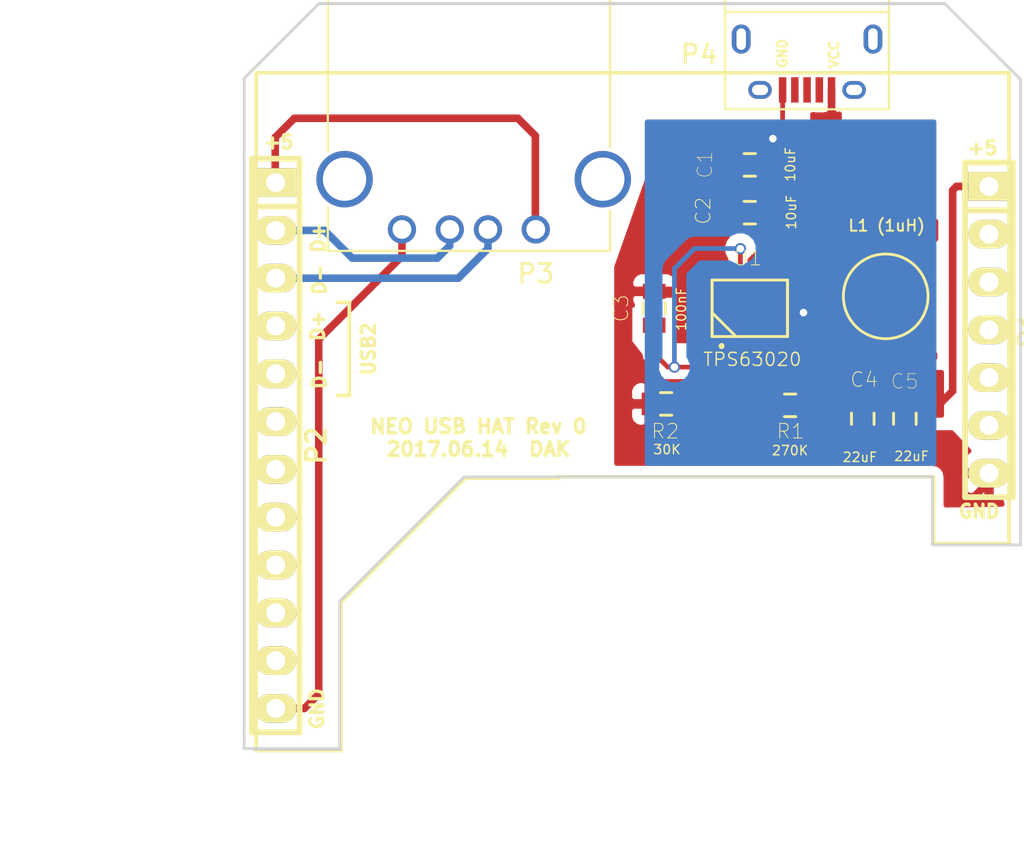
<source format=kicad_pcb>
(kicad_pcb (version 4) (host pcbnew 4.0.2-stable)

  (general
    (links 43)
    (no_connects 5)
    (area 107.573598 68.058199 168.6528 116.288801)
    (thickness 1.6)
    (drawings 45)
    (tracks 186)
    (zones 0)
    (modules 13)
    (nets 31)
  )

  (page USLetter)
  (title_block
    (title "NanoPi NEO USB HAT")
    (date 2017-06-08)
    (rev 0)
    (company GeoDirk)
  )

  (layers
    (0 F.Cu signal hide)
    (31 B.Cu signal hide)
    (32 B.Adhes user)
    (33 F.Adhes user)
    (34 B.Paste user)
    (35 F.Paste user)
    (36 B.SilkS user)
    (37 F.SilkS user)
    (38 B.Mask user)
    (39 F.Mask user)
    (40 Dwgs.User user)
    (41 Cmts.User user)
    (42 Eco1.User user)
    (43 Eco2.User user)
    (44 Edge.Cuts user)
    (45 Margin user)
    (46 B.CrtYd user)
    (47 F.CrtYd user)
    (48 B.Fab user)
    (49 F.Fab user)
  )

  (setup
    (last_trace_width 0.25)
    (user_trace_width 0.203)
    (user_trace_width 0.403)
    (trace_clearance 0.2)
    (zone_clearance 0.508)
    (zone_45_only no)
    (trace_min 0.2)
    (segment_width 0.2)
    (edge_width 0.15)
    (via_size 0.6)
    (via_drill 0.4)
    (via_min_size 0.4)
    (via_min_drill 0.3)
    (uvia_size 0.3)
    (uvia_drill 0.1)
    (uvias_allowed no)
    (uvia_min_size 0.2)
    (uvia_min_drill 0.1)
    (pcb_text_width 0.3)
    (pcb_text_size 1.5 1.5)
    (mod_edge_width 0.15)
    (mod_text_size 1 1)
    (mod_text_width 0.15)
    (pad_size 1.524 1.524)
    (pad_drill 0.762)
    (pad_to_mask_clearance 0.2)
    (aux_axis_origin 0 0)
    (visible_elements 7FFFFFFF)
    (pcbplotparams
      (layerselection 0x010fc_80000001)
      (usegerberextensions true)
      (excludeedgelayer true)
      (linewidth 0.100000)
      (plotframeref false)
      (viasonmask false)
      (mode 1)
      (useauxorigin false)
      (hpglpennumber 1)
      (hpglpenspeed 20)
      (hpglpendiameter 15)
      (hpglpenoverlay 2)
      (psnegative false)
      (psa4output false)
      (plotreference true)
      (plotvalue true)
      (plotinvisibletext false)
      (padsonsilk false)
      (subtractmaskfromsilk false)
      (outputformat 1)
      (mirror false)
      (drillshape 0)
      (scaleselection 1)
      (outputdirectory GerberRev_0/))
  )

  (net 0 "")
  (net 1 "Net-(C1-Pad1)")
  (net 2 "Net-(C1-Pad2)")
  (net 3 "Net-(C3-Pad2)")
  (net 4 "Net-(C4-Pad1)")
  (net 5 "Net-(L1-Pad1)")
  (net 6 "Net-(L1-Pad2)")
  (net 7 "Net-(R1-Pad2)")
  (net 8 "Net-(P1-Pad2)")
  (net 9 "Net-(P1-Pad3)")
  (net 10 "Net-(P1-Pad4)")
  (net 11 "Net-(P1-Pad5)")
  (net 12 "Net-(P1-Pad6)")
  (net 13 "Net-(P2-Pad1)")
  (net 14 "Net-(P2-Pad2)")
  (net 15 "Net-(P2-Pad3)")
  (net 16 "Net-(P2-Pad4)")
  (net 17 "Net-(P2-Pad5)")
  (net 18 "Net-(P2-Pad6)")
  (net 19 "Net-(P2-Pad7)")
  (net 20 "Net-(P2-Pad8)")
  (net 21 "Net-(P2-Pad9)")
  (net 22 "Net-(P2-Pad10)")
  (net 23 "Net-(P2-Pad11)")
  (net 24 "Net-(P2-Pad12)")
  (net 25 "Net-(P3-Pad5)")
  (net 26 "Net-(P4-Pad2)")
  (net 27 "Net-(P4-Pad3)")
  (net 28 "Net-(P4-Pad4)")
  (net 29 "Net-(P4-Pad6)")
  (net 30 "Net-(U1-Pad14)")

  (net_class Default "This is the default net class."
    (clearance 0.2)
    (trace_width 0.25)
    (via_dia 0.6)
    (via_drill 0.4)
    (uvia_dia 0.3)
    (uvia_drill 0.1)
    (add_net "Net-(C1-Pad1)")
    (add_net "Net-(C1-Pad2)")
    (add_net "Net-(C3-Pad2)")
    (add_net "Net-(C4-Pad1)")
    (add_net "Net-(L1-Pad1)")
    (add_net "Net-(L1-Pad2)")
    (add_net "Net-(P1-Pad2)")
    (add_net "Net-(P1-Pad3)")
    (add_net "Net-(P1-Pad4)")
    (add_net "Net-(P1-Pad5)")
    (add_net "Net-(P1-Pad6)")
    (add_net "Net-(P2-Pad1)")
    (add_net "Net-(P2-Pad10)")
    (add_net "Net-(P2-Pad11)")
    (add_net "Net-(P2-Pad12)")
    (add_net "Net-(P2-Pad2)")
    (add_net "Net-(P2-Pad3)")
    (add_net "Net-(P2-Pad4)")
    (add_net "Net-(P2-Pad5)")
    (add_net "Net-(P2-Pad6)")
    (add_net "Net-(P2-Pad7)")
    (add_net "Net-(P2-Pad8)")
    (add_net "Net-(P2-Pad9)")
    (add_net "Net-(P3-Pad5)")
    (add_net "Net-(P4-Pad2)")
    (add_net "Net-(P4-Pad3)")
    (add_net "Net-(P4-Pad4)")
    (add_net "Net-(P4-Pad6)")
    (add_net "Net-(R1-Pad2)")
    (add_net "Net-(U1-Pad14)")
  )

  (module QFN14-3X4MM (layer F.Cu) (tedit 59527F09) (tstamp 5941443E)
    (at 151.3763 85.6741 90)
    (path /5940868F)
    (fp_text reference U1 (at 2.2097 -0.9067 180) (layer F.SilkS)
      (effects (font (size 0.77216 0.77216) (thickness 0.046329)) (justify left bottom))
    )
    (fp_text value TPS63020 (at -3.1243 -2.5323 180) (layer F.SilkS)
      (effects (font (size 0.7 0.7) (thickness 0.07239)) (justify left bottom))
    )
    (fp_line (start -1.4986 2.0066) (end 1.4986 2.0066) (layer F.SilkS) (width 0.1524))
    (fp_line (start 1.4986 -2.0066) (end -1.4986 -2.0066) (layer F.SilkS) (width 0.1524))
    (fp_arc (start -2.0066 -1.4986) (end -1.9304 -1.4986) (angle 180) (layer F.SilkS) (width 0.1524))
    (fp_arc (start -2.0066 -1.4986) (end -2.0828 -1.4986) (angle 180) (layer F.SilkS) (width 0.1524))
    (fp_line (start -1.4986 -0.7366) (end -0.2286 -2.0066) (layer F.SilkS) (width 0.1524))
    (fp_line (start -1.5 2) (end 1.5 2) (layer F.SilkS) (width 0.1524))
    (fp_line (start 1.5 2) (end 1.5 -2) (layer F.SilkS) (width 0.1524))
    (fp_line (start 1.5 -2) (end -1.5 -2) (layer F.SilkS) (width 0.1524))
    (fp_line (start -1.5 -2) (end -1.5 2) (layer F.SilkS) (width 0.1524))
    (fp_arc (start -2.0066 -1.4986) (end -1.9304 -1.4986) (angle 180) (layer F.SilkS) (width 0.1524))
    (fp_arc (start -2.0066 -1.4986) (end -2.0828 -1.4986) (angle 180) (layer F.SilkS) (width 0.1524))
    (fp_poly (pts (xy 0.12 1.37) (xy 0.78 1.37) (xy 0.78 0.12) (xy 0.12 0.12)) (layer F.Paste) (width 0))
    (fp_poly (pts (xy 0.12 -0.12) (xy 0.78 -0.12) (xy 0.78 -1.37) (xy 0.12 -1.37)) (layer F.Paste) (width 0))
    (fp_poly (pts (xy -0.78 -0.12) (xy -0.12 -0.12) (xy -0.12 -1.37) (xy -0.78 -1.37)) (layer F.Paste) (width 0))
    (fp_poly (pts (xy -0.78 1.37) (xy -0.12 1.37) (xy -0.12 0.12) (xy -0.78 0.12)) (layer F.Paste) (width 0))
    (pad 1 smd oval (at -1.4 -1.5 90) (size 0.6 0.24) (layers F.Cu F.Paste F.Mask)
      (net 3 "Net-(C3-Pad2)"))
    (pad 2 smd oval (at -1.4 -1 90) (size 0.6 0.24) (layers F.Cu F.Paste F.Mask)
      (net 1 "Net-(C1-Pad1)"))
    (pad 3 smd oval (at -1.4 -0.5 90) (size 0.6 0.24) (layers F.Cu F.Paste F.Mask)
      (net 7 "Net-(R1-Pad2)"))
    (pad 4 smd oval (at -1.4 0 90) (size 0.6 0.24) (layers F.Cu F.Paste F.Mask)
      (net 4 "Net-(C4-Pad1)"))
    (pad 5 smd oval (at -1.4 0.5 90) (size 0.6 0.24) (layers F.Cu F.Paste F.Mask)
      (net 4 "Net-(C4-Pad1)"))
    (pad 6 smd oval (at -1.4 1 90) (size 0.6 0.24) (layers F.Cu F.Paste F.Mask)
      (net 6 "Net-(L1-Pad2)"))
    (pad 7 smd oval (at -1.4 1.5 90) (size 0.6 0.24) (layers F.Cu F.Paste F.Mask)
      (net 6 "Net-(L1-Pad2)"))
    (pad 8 smd oval (at 1.4 1.5 270) (size 0.6 0.24) (layers F.Cu F.Paste F.Mask)
      (net 5 "Net-(L1-Pad1)"))
    (pad 9 smd oval (at 1.4 1 270) (size 0.6 0.24) (layers F.Cu F.Paste F.Mask)
      (net 5 "Net-(L1-Pad1)"))
    (pad 10 smd oval (at 1.4 0.5 270) (size 0.6 0.24) (layers F.Cu F.Paste F.Mask)
      (net 2 "Net-(C1-Pad2)"))
    (pad 11 smd oval (at 1.4 0 270) (size 0.6 0.24) (layers F.Cu F.Paste F.Mask)
      (net 2 "Net-(C1-Pad2)"))
    (pad 12 smd oval (at 1.4 -0.5 270) (size 0.6 0.24) (layers F.Cu F.Paste F.Mask)
      (net 3 "Net-(C3-Pad2)"))
    (pad 13 smd oval (at 1.4 -1 270) (size 0.6 0.24) (layers F.Cu F.Paste F.Mask)
      (net 1 "Net-(C1-Pad1)"))
    (pad 14 smd oval (at 1.4 -1.5 270) (size 0.6 0.24) (layers F.Cu F.Paste F.Mask)
      (net 30 "Net-(U1-Pad14)"))
    (pad 15 smd rect (at 0 0 90) (size 1.58 2.85) (layers F.Cu F.Paste F.Mask)
      (net 1 "Net-(C1-Pad1)"))
    (pad 19 smd rect (at 0.69 -1.7125 90) (size 0.2 0.575) (layers F.Cu F.Paste F.Mask)
      (net 1 "Net-(C1-Pad1)"))
    (pad 16 smd rect (at -0.69 -1.7125 90) (size 0.2 0.575) (layers F.Cu F.Paste F.Mask)
      (net 1 "Net-(C1-Pad1)"))
    (pad 17 smd rect (at -0.23 -1.7125 90) (size 0.2 0.575) (layers F.Cu F.Paste F.Mask)
      (net 1 "Net-(C1-Pad1)"))
    (pad 18 smd rect (at 0.23 -1.7125 90) (size 0.2 0.575) (layers F.Cu F.Paste F.Mask)
      (net 1 "Net-(C1-Pad1)"))
    (pad 21 smd rect (at 0.23 1.7125 90) (size 0.2 0.575) (layers F.Cu F.Paste F.Mask)
      (net 1 "Net-(C1-Pad1)"))
    (pad 20 smd rect (at 0.69 1.7125 90) (size 0.2 0.575) (layers F.Cu F.Paste F.Mask)
      (net 1 "Net-(C1-Pad1)"))
    (pad 22 smd rect (at -0.23 1.7125 90) (size 0.2 0.575) (layers F.Cu F.Paste F.Mask)
      (net 1 "Net-(C1-Pad1)"))
    (pad 23 smd rect (at -0.69 1.7125 90) (size 0.2 0.575) (layers F.Cu F.Paste F.Mask)
      (net 1 "Net-(C1-Pad1)"))
  )

  (module 0805 (layer F.Cu) (tedit 59417EF0) (tstamp 59414417)
    (at 159.6136 91.5416 270)
    (path /594153D7)
    (fp_text reference C5 (at -2.4384 -0.762 360) (layer F.SilkS)
      (effects (font (size 0.77216 0.77216) (thickness 0.032512)) (justify right top))
    )
    (fp_text value 22uF (at 2.286 0.6096 360) (layer F.SilkS)
      (effects (font (size 0.5 0.5) (thickness 0.07239)) (justify left bottom))
    )
    (fp_line (start -0.3 -0.6) (end 0.3 -0.6) (layer F.SilkS) (width 0.1524))
    (fp_line (start -0.3 0.6) (end 0.3 0.6) (layer F.SilkS) (width 0.1524))
    (pad 1 smd rect (at -0.9 0 270) (size 0.8 1.2) (layers F.Cu F.Paste F.Mask)
      (net 4 "Net-(C4-Pad1)"))
    (pad 2 smd rect (at 0.9 0 270) (size 0.8 1.2) (layers F.Cu F.Paste F.Mask)
      (net 1 "Net-(C1-Pad1)"))
  )

  (module 0805 (layer F.Cu) (tedit 59417EF4) (tstamp 59414410)
    (at 157.3784 91.5416 270)
    (path /5941538A)
    (fp_text reference C4 (at -1.6256 0.7112 360) (layer F.SilkS)
      (effects (font (size 0.77216 0.77216) (thickness 0.046329)) (justify left bottom))
    )
    (fp_text value 22uF (at 2.3368 1.1176 360) (layer F.SilkS)
      (effects (font (size 0.5 0.5) (thickness 0.07239)) (justify left bottom))
    )
    (fp_line (start -0.3 -0.6) (end 0.3 -0.6) (layer F.SilkS) (width 0.1524))
    (fp_line (start -0.3 0.6) (end 0.3 0.6) (layer F.SilkS) (width 0.1524))
    (pad 1 smd rect (at -0.9 0 270) (size 0.8 1.2) (layers F.Cu F.Paste F.Mask)
      (net 4 "Net-(C4-Pad1)"))
    (pad 2 smd rect (at 0.9 0 270) (size 0.8 1.2) (layers F.Cu F.Paste F.Mask)
      (net 1 "Net-(C1-Pad1)"))
  )

  (module 0805 (layer F.Cu) (tedit 59527F4F) (tstamp 59414409)
    (at 146.9313 90.7541 180)
    (path /5941540E)
    (fp_text reference R2 (at 0.8305 -1.9051 360) (layer F.SilkS)
      (effects (font (size 0.77216 0.77216) (thickness 0.046329)) (justify left bottom))
    )
    (fp_text value 30K (at 0.7289 -2.7179 180) (layer F.SilkS)
      (effects (font (size 0.5 0.5) (thickness 0.07239)) (justify left bottom))
    )
    (fp_line (start -0.3 -0.6) (end 0.3 -0.6) (layer F.SilkS) (width 0.1524))
    (fp_line (start -0.3 0.6) (end 0.3 0.6) (layer F.SilkS) (width 0.1524))
    (pad 1 smd rect (at -0.9 0 180) (size 0.8 1.2) (layers F.Cu F.Paste F.Mask)
      (net 7 "Net-(R1-Pad2)"))
    (pad 2 smd rect (at 0.9 0 180) (size 0.8 1.2) (layers F.Cu F.Paste F.Mask)
      (net 1 "Net-(C1-Pad1)"))
  )

  (module 0805 (layer F.Cu) (tedit 59527F49) (tstamp 59414402)
    (at 153.5176 90.8304 180)
    (path /59414C15)
    (fp_text reference R1 (at 0.762 -1.8288 360) (layer F.SilkS)
      (effects (font (size 0.77216 0.77216) (thickness 0.046329)) (justify left bottom))
    )
    (fp_text value 270K (at 1.016 -2.6924 180) (layer F.SilkS)
      (effects (font (size 0.5 0.5) (thickness 0.07239)) (justify left bottom))
    )
    (fp_line (start -0.3 -0.6) (end 0.3 -0.6) (layer F.SilkS) (width 0.1524))
    (fp_line (start -0.3 0.6) (end 0.3 0.6) (layer F.SilkS) (width 0.1524))
    (pad 1 smd rect (at -0.9 0 180) (size 0.8 1.2) (layers F.Cu F.Paste F.Mask)
      (net 4 "Net-(C4-Pad1)"))
    (pad 2 smd rect (at 0.9 0 180) (size 0.8 1.2) (layers F.Cu F.Paste F.Mask)
      (net 7 "Net-(R1-Pad2)"))
  )

  (module 0805 (layer F.Cu) (tedit 59527F17) (tstamp 594143FB)
    (at 146.2963 85.6741 270)
    (path /5941521F)
    (fp_text reference C3 (at 0.7875 1.3131 270) (layer F.SilkS)
      (effects (font (size 0.77216 0.77216) (thickness 0.046329)) (justify left bottom))
    )
    (fp_text value 100nF (at 1.2447 -1.7349 450) (layer F.SilkS)
      (effects (font (size 0.5 0.5) (thickness 0.07239)) (justify left bottom))
    )
    (fp_line (start -0.3 -0.6) (end 0.3 -0.6) (layer F.SilkS) (width 0.1524))
    (fp_line (start -0.3 0.6) (end 0.3 0.6) (layer F.SilkS) (width 0.1524))
    (pad 1 smd rect (at -0.9 0 270) (size 0.8 1.2) (layers F.Cu F.Paste F.Mask)
      (net 1 "Net-(C1-Pad1)"))
    (pad 2 smd rect (at 0.9 0 270) (size 0.8 1.2) (layers F.Cu F.Paste F.Mask)
      (net 3 "Net-(C3-Pad2)"))
  )

  (module 0805 (layer F.Cu) (tedit 59527FA7) (tstamp 594143E9)
    (at 151.3763 78.0541)
    (path /594173FF)
    (fp_text reference C1 (at -2.8371 -0.7873 90) (layer F.SilkS)
      (effects (font (size 0.77216 0.77216) (thickness 0.032512)) (justify right top))
    )
    (fp_text value 10uF (at 2.4461 0.9399 90) (layer F.SilkS)
      (effects (font (size 0.5 0.5) (thickness 0.07239)) (justify left bottom))
    )
    (fp_line (start -0.3 -0.6) (end 0.3 -0.6) (layer F.SilkS) (width 0.1524))
    (fp_line (start -0.3 0.6) (end 0.3 0.6) (layer F.SilkS) (width 0.1524))
    (pad 1 smd rect (at -0.9 0) (size 0.8 1.2) (layers F.Cu F.Paste F.Mask)
      (net 1 "Net-(C1-Pad1)"))
    (pad 2 smd rect (at 0.9 0) (size 0.8 1.2) (layers F.Cu F.Paste F.Mask)
      (net 2 "Net-(C1-Pad2)"))
  )

  (module 0805 (layer F.Cu) (tedit 59527FAA) (tstamp 594143E2)
    (at 151.3763 80.5941)
    (path /594174C7)
    (fp_text reference C2 (at -2.0243 0.6859 90) (layer F.SilkS)
      (effects (font (size 0.77216 0.77216) (thickness 0.046329)) (justify left bottom))
    )
    (fp_text value 10uF (at 2.4969 0.9399 90) (layer F.SilkS)
      (effects (font (size 0.5 0.5) (thickness 0.07239)) (justify left bottom))
    )
    (fp_line (start -0.3 -0.6) (end 0.3 -0.6) (layer F.SilkS) (width 0.1524))
    (fp_line (start -0.3 0.6) (end 0.3 0.6) (layer F.SilkS) (width 0.1524))
    (pad 1 smd rect (at -0.9 0) (size 0.8 1.2) (layers F.Cu F.Paste F.Mask)
      (net 1 "Net-(C1-Pad1)"))
    (pad 2 smd rect (at 0.9 0) (size 0.8 1.2) (layers F.Cu F.Paste F.Mask)
      (net 2 "Net-(C1-Pad2)"))
  )

  (module Connectors:USB_Micro-B (layer F.Cu) (tedit 5942A4D7) (tstamp 594082A3)
    (at 154.4193 72.7202 180)
    (descr "Micro USB Type B Receptacle")
    (tags "USB USB_B USB_micro USB_OTG")
    (path /594147D3)
    (attr smd)
    (fp_text reference P4 (at 5.7277 0.5334 180) (layer F.SilkS)
      (effects (font (size 1 1) (thickness 0.15)))
    )
    (fp_text value MICROUSB (at -0.2159 -3.3782 180) (layer F.Fab)
      (effects (font (size 1 1) (thickness 0.15)))
    )
    (fp_line (start -4.6 -2.59) (end 4.6 -2.59) (layer F.CrtYd) (width 0.05))
    (fp_line (start 4.6 -2.59) (end 4.6 4.26) (layer F.CrtYd) (width 0.05))
    (fp_line (start 4.6 4.26) (end -4.6 4.26) (layer F.CrtYd) (width 0.05))
    (fp_line (start -4.6 4.26) (end -4.6 -2.59) (layer F.CrtYd) (width 0.05))
    (fp_line (start -4.35 4.03) (end 4.35 4.03) (layer F.SilkS) (width 0.12))
    (fp_line (start -4.35 -2.38) (end 4.35 -2.38) (layer F.SilkS) (width 0.12))
    (fp_line (start 4.35 -2.38) (end 4.35 4.03) (layer F.SilkS) (width 0.12))
    (fp_line (start 4.35 2.8) (end -4.35 2.8) (layer F.SilkS) (width 0.12))
    (fp_line (start -4.35 4.03) (end -4.35 -2.38) (layer F.SilkS) (width 0.12))
    (pad 1 smd rect (at -1.3 -1.35 270) (size 1.35 0.4) (layers F.Cu F.Paste F.Mask)
      (net 2 "Net-(C1-Pad2)"))
    (pad 2 smd rect (at -0.65 -1.35 270) (size 1.35 0.4) (layers F.Cu F.Paste F.Mask)
      (net 26 "Net-(P4-Pad2)"))
    (pad 3 smd rect (at 0 -1.35 270) (size 1.35 0.4) (layers F.Cu F.Paste F.Mask)
      (net 27 "Net-(P4-Pad3)"))
    (pad 4 smd rect (at 0.65 -1.35 270) (size 1.35 0.4) (layers F.Cu F.Paste F.Mask)
      (net 28 "Net-(P4-Pad4)"))
    (pad 5 smd rect (at 1.3 -1.35 270) (size 1.35 0.4) (layers F.Cu F.Paste F.Mask)
      (net 1 "Net-(C1-Pad1)"))
    (pad 6 thru_hole oval (at -2.5 -1.35 270) (size 0.95 1.25) (drill oval 0.55 0.85) (layers *.Cu *.Mask)
      (net 29 "Net-(P4-Pad6)"))
    (pad 6 thru_hole oval (at 2.5 -1.35 270) (size 0.95 1.25) (drill oval 0.55 0.85) (layers *.Cu *.Mask)
      (net 29 "Net-(P4-Pad6)"))
    (pad 6 thru_hole oval (at -3.5 1.35 270) (size 1.55 1) (drill oval 1.15 0.5) (layers *.Cu *.Mask)
      (net 29 "Net-(P4-Pad6)"))
    (pad 6 thru_hole oval (at 3.5 1.35 270) (size 1.55 1) (drill oval 1.15 0.5) (layers *.Cu *.Mask)
      (net 29 "Net-(P4-Pad6)"))
  )

  (module BOURNS-SDR0403:BOURNS-SDR0403 (layer F.Cu) (tedit 59527F2D) (tstamp 59429D10)
    (at 158.5976 85.0392)
    (path /59414D5D)
    (fp_text reference "L1 (1uH)" (at 0.0508 -3.7592) (layer F.SilkS)
      (effects (font (size 0.6 0.6) (thickness 0.1)))
    )
    (fp_text value "INDUCTOR  1uH" (at 0 0) (layer F.Fab)
      (effects (font (size 0.6 0.6) (thickness 0.1)))
    )
    (fp_line (start -2.794 -3.048) (end 2.794 -3.048) (layer F.CrtYd) (width 0.15))
    (fp_line (start 2.794 -3.048) (end 2.794 3.048) (layer F.CrtYd) (width 0.15))
    (fp_line (start 2.794 3.048) (end -2.794 3.048) (layer F.CrtYd) (width 0.15))
    (fp_line (start -2.794 3.048) (end -2.794 -3.048) (layer F.CrtYd) (width 0.15))
    (fp_circle (center 0 0) (end 2.25 0) (layer F.SilkS) (width 0.15))
    (pad 1 smd rect (at 0 -1.65) (size 4.5 1.8) (layers F.Cu F.Paste F.Mask)
      (net 5 "Net-(L1-Pad1)"))
    (pad 2 smd rect (at 0 1.65) (size 4.5 1.8) (layers F.Cu F.Paste F.Mask)
      (net 6 "Net-(L1-Pad2)"))
  )

  (module Connectors:USB_A (layer F.Cu) (tedit 5543E289) (tstamp 5942A4D3)
    (at 140.0048 81.4832 180)
    (descr "USB A connector")
    (tags "USB USB_A")
    (path /5941485E)
    (fp_text reference P3 (at 0 -2.35 180) (layer F.SilkS)
      (effects (font (size 1 1) (thickness 0.15)))
    )
    (fp_text value USB_A (at 3.84 7.44 180) (layer F.Fab)
      (effects (font (size 1 1) (thickness 0.15)))
    )
    (fp_line (start -5.3 13.2) (end -5.3 -1.4) (layer F.CrtYd) (width 0.05))
    (fp_line (start 11.95 -1.4) (end 11.95 13.2) (layer F.CrtYd) (width 0.05))
    (fp_line (start -5.3 13.2) (end 11.95 13.2) (layer F.CrtYd) (width 0.05))
    (fp_line (start -5.3 -1.4) (end 11.95 -1.4) (layer F.CrtYd) (width 0.05))
    (fp_line (start 11.05 -1.14) (end 11.05 1.19) (layer F.SilkS) (width 0.12))
    (fp_line (start -3.94 -1.14) (end -3.94 0.98) (layer F.SilkS) (width 0.12))
    (fp_line (start 11.05 -1.14) (end -3.94 -1.14) (layer F.SilkS) (width 0.12))
    (fp_line (start 11.05 12.95) (end -3.94 12.95) (layer F.SilkS) (width 0.12))
    (fp_line (start 11.05 4.15) (end 11.05 12.95) (layer F.SilkS) (width 0.12))
    (fp_line (start -3.94 4.35) (end -3.94 12.95) (layer F.SilkS) (width 0.12))
    (pad 4 thru_hole circle (at 7.11 0 90) (size 1.5 1.5) (drill 1) (layers *.Cu *.Mask)
      (net 24 "Net-(P2-Pad12)"))
    (pad 3 thru_hole circle (at 4.57 0 90) (size 1.5 1.5) (drill 1) (layers *.Cu *.Mask)
      (net 14 "Net-(P2-Pad2)"))
    (pad 2 thru_hole circle (at 2.54 0 90) (size 1.5 1.5) (drill 1) (layers *.Cu *.Mask)
      (net 15 "Net-(P2-Pad3)"))
    (pad 1 thru_hole circle (at 0 0 90) (size 1.5 1.5) (drill 1) (layers *.Cu *.Mask)
      (net 13 "Net-(P2-Pad1)"))
    (pad 5 thru_hole circle (at 10.16 2.67 90) (size 3 3) (drill 2.3) (layers *.Cu *.Mask)
      (net 25 "Net-(P3-Pad5)"))
    (pad 5 thru_hole circle (at -3.56 2.67 90) (size 3 3) (drill 2.3) (layers *.Cu *.Mask)
      (net 25 "Net-(P3-Pad5)"))
    (model Connectors.3dshapes/USB_A.wrl
      (at (xyz 0.14 0 0))
      (scale (xyz 1 1 1))
      (rotate (xyz 0 0 90))
    )
  )

  (module w_pin_strip:pin_socket_7 (layer F.Cu) (tedit 0) (tstamp 5942A638)
    (at 164.084 86.8172 270)
    (descr "Pin socket 7pin")
    (tags "CONN DEV")
    (path /59417F32)
    (fp_text reference P1 (at 0 -2.159 270) (layer F.SilkS)
      (effects (font (size 1.016 1.016) (thickness 0.2032)))
    )
    (fp_text value NEO_GPIO_PINS (at 0.254 -3.556 270) (layer F.SilkS) hide
      (effects (font (size 1.016 0.889) (thickness 0.2032)))
    )
    (fp_line (start -6.35 -1.27) (end -6.35 1.27) (layer F.SilkS) (width 0.3048))
    (fp_line (start -8.89 1.27) (end 8.89 1.27) (layer F.SilkS) (width 0.3048))
    (fp_line (start 8.89 -1.27) (end -8.89 -1.27) (layer F.SilkS) (width 0.3048))
    (fp_line (start -8.89 1.27) (end -8.89 -1.27) (layer F.SilkS) (width 0.3048))
    (fp_line (start 8.89 -1.27) (end 8.89 1.27) (layer F.SilkS) (width 0.3048))
    (pad 1 thru_hole rect (at -7.62 0 270) (size 1.524 2.19964) (drill 1.00076) (layers *.Cu *.Mask F.SilkS)
      (net 4 "Net-(C4-Pad1)"))
    (pad 2 thru_hole oval (at -5.08 0 270) (size 1.524 2.19964) (drill 1.00076) (layers *.Cu *.Mask F.SilkS)
      (net 8 "Net-(P1-Pad2)"))
    (pad 3 thru_hole oval (at -2.54 0 270) (size 1.524 2.19964) (drill 1.00076) (layers *.Cu *.Mask F.SilkS)
      (net 9 "Net-(P1-Pad3)"))
    (pad 4 thru_hole oval (at 0 0 270) (size 1.524 2.19964) (drill 1.00076) (layers *.Cu *.Mask F.SilkS)
      (net 10 "Net-(P1-Pad4)"))
    (pad 5 thru_hole oval (at 2.54 0 270) (size 1.524 2.19964) (drill 1.00076) (layers *.Cu *.Mask F.SilkS)
      (net 11 "Net-(P1-Pad5)"))
    (pad 6 thru_hole oval (at 5.08 0 270) (size 1.524 2.19964) (drill 1.00076) (layers *.Cu *.Mask F.SilkS)
      (net 12 "Net-(P1-Pad6)"))
    (pad 7 thru_hole oval (at 7.62 0 270) (size 1.524 2.19964) (drill 1.00076) (layers *.Cu *.Mask F.SilkS)
      (net 1 "Net-(C1-Pad1)"))
    (model walter/pin_strip/pin_socket_7.wrl
      (at (xyz 0 0 0))
      (scale (xyz 1 1 1))
      (rotate (xyz 0 0 0))
    )
  )

  (module w_pin_strip:pin_socket_12 (layer F.Cu) (tedit 0) (tstamp 5942A648)
    (at 126.1872 92.964 270)
    (descr "Pin socket 12pin")
    (tags "CONN DEV")
    (path /59414A14)
    (fp_text reference P2 (at 0 -2.159 270) (layer F.SilkS)
      (effects (font (size 1.016 1.016) (thickness 0.2032)))
    )
    (fp_text value NEO_GPIO_PINS2 (at 0.254 -3.556 270) (layer F.SilkS) hide
      (effects (font (size 1.016 0.889) (thickness 0.2032)))
    )
    (fp_line (start 15.24 1.27) (end -15.24 1.27) (layer F.SilkS) (width 0.3048))
    (fp_line (start -15.24 -1.27) (end 15.24 -1.27) (layer F.SilkS) (width 0.3048))
    (fp_line (start 15.24 -1.27) (end 15.24 1.27) (layer F.SilkS) (width 0.3048))
    (fp_line (start -12.7 -1.27) (end -12.7 1.27) (layer F.SilkS) (width 0.3048))
    (fp_line (start -15.24 1.27) (end -15.24 -1.27) (layer F.SilkS) (width 0.3048))
    (pad 1 thru_hole rect (at -13.97 0 270) (size 1.524 2.19964) (drill 1.00076) (layers *.Cu *.Mask F.SilkS)
      (net 13 "Net-(P2-Pad1)"))
    (pad 2 thru_hole oval (at -11.43 0 270) (size 1.524 2.19964) (drill 1.00076) (layers *.Cu *.Mask F.SilkS)
      (net 14 "Net-(P2-Pad2)"))
    (pad 3 thru_hole oval (at -8.89 0 270) (size 1.524 2.19964) (drill 1.00076) (layers *.Cu *.Mask F.SilkS)
      (net 15 "Net-(P2-Pad3)"))
    (pad 4 thru_hole oval (at -6.35 0 270) (size 1.524 2.19964) (drill 1.00076) (layers *.Cu *.Mask F.SilkS)
      (net 16 "Net-(P2-Pad4)"))
    (pad 5 thru_hole oval (at -3.81 0 270) (size 1.524 2.19964) (drill 1.00076) (layers *.Cu *.Mask F.SilkS)
      (net 17 "Net-(P2-Pad5)"))
    (pad 6 thru_hole oval (at -1.27 0 270) (size 1.524 2.19964) (drill 1.00076) (layers *.Cu *.Mask F.SilkS)
      (net 18 "Net-(P2-Pad6)"))
    (pad 7 thru_hole oval (at 1.27 0 270) (size 1.524 2.19964) (drill 1.00076) (layers *.Cu *.Mask F.SilkS)
      (net 19 "Net-(P2-Pad7)"))
    (pad 8 thru_hole oval (at 3.81 0 270) (size 1.524 2.19964) (drill 1.00076) (layers *.Cu *.Mask F.SilkS)
      (net 20 "Net-(P2-Pad8)"))
    (pad 9 thru_hole oval (at 6.35 0 270) (size 1.524 2.19964) (drill 1.00076) (layers *.Cu *.Mask F.SilkS)
      (net 21 "Net-(P2-Pad9)"))
    (pad 10 thru_hole oval (at 8.89 0 270) (size 1.524 2.19964) (drill 1.00076) (layers *.Cu *.Mask F.SilkS)
      (net 22 "Net-(P2-Pad10)"))
    (pad 11 thru_hole oval (at 11.43 0 270) (size 1.524 2.19964) (drill 1.00076) (layers *.Cu *.Mask F.SilkS)
      (net 23 "Net-(P2-Pad11)"))
    (pad 12 thru_hole oval (at 13.97 0 270) (size 1.524 2.19964) (drill 1.00076) (layers *.Cu *.Mask F.SilkS)
      (net 24 "Net-(P2-Pad12)"))
    (model walter/pin_strip/pin_socket_12.wrl
      (at (xyz 0 0 0))
      (scale (xyz 1 1 1))
      (rotate (xyz 0 0 0))
    )
  )

  (dimension 41.3004 (width 0.3) (layer Cmts.User)
    (gr_text "41.300 mm" (at 145.161 114.9388) (layer Cmts.User)
      (effects (font (size 1.5 1.5) (thickness 0.3)))
    )
    (feature1 (pts (xy 124.5108 97.9424) (xy 124.5108 116.2888)))
    (feature2 (pts (xy 165.8112 97.9424) (xy 165.8112 116.2888)))
    (crossbar (pts (xy 165.8112 113.5888) (xy 124.5108 113.5888)))
    (arrow1a (pts (xy 124.5108 113.5888) (xy 125.637304 113.002379)))
    (arrow1b (pts (xy 124.5108 113.5888) (xy 125.637304 114.175221)))
    (arrow2a (pts (xy 165.8112 113.5888) (xy 164.684696 113.002379)))
    (arrow2b (pts (xy 165.8112 113.5888) (xy 164.684696 114.175221)))
  )
  (dimension 39.72573 (width 0.3) (layer Cmts.User)
    (gr_text "39.726 mm" (at 114.223597 89.342843 270.1465362) (layer Cmts.User)
      (effects (font (size 1.5 1.5) (thickness 0.3)))
    )
    (feature1 (pts (xy 128.524 109.1692) (xy 112.924402 109.209096)))
    (feature2 (pts (xy 128.4224 69.4436) (xy 112.822802 69.483496)))
    (crossbar (pts (xy 115.522793 69.476591) (xy 115.624393 109.202191)))
    (arrow1a (pts (xy 115.624393 109.202191) (xy 115.035093 108.077191)))
    (arrow1b (pts (xy 115.624393 109.202191) (xy 116.207931 108.074191)))
    (arrow2a (pts (xy 115.522793 69.476591) (xy 114.939255 70.604591)))
    (arrow2b (pts (xy 115.522793 69.476591) (xy 116.112093 70.601591)))
  )
  (gr_line (start 161.0868 98.2472) (end 161.0868 98.1964) (angle 90) (layer Edge.Cuts) (width 0.15))
  (gr_line (start 165.7604 98.2472) (end 161.0868 98.2472) (angle 90) (layer Edge.Cuts) (width 0.15))
  (gr_line (start 165.7604 73.5076) (end 165.7604 98.2472) (angle 90) (layer Edge.Cuts) (width 0.15))
  (gr_line (start 161.7472 69.4944) (end 165.7604 73.5076) (angle 90) (layer Edge.Cuts) (width 0.15))
  (gr_line (start 128.4732 69.4944) (end 161.7472 69.4944) (angle 90) (layer Edge.Cuts) (width 0.15))
  (gr_line (start 124.5108 73.4568) (end 128.4732 69.4944) (angle 90) (layer Edge.Cuts) (width 0.15))
  (gr_line (start 124.5108 109.0676) (end 124.5108 73.4568) (angle 90) (layer Edge.Cuts) (width 0.15))
  (gr_line (start 129.5908 109.0676) (end 124.5108 109.0676) (angle 90) (layer Edge.Cuts) (width 0.15))
  (gr_text GND (at 153.1112 72.136 90) (layer F.SilkS)
    (effects (font (size 0.5 0.5) (thickness 0.125)))
  )
  (gr_text VCC (at 155.8544 72.1868 90) (layer F.SilkS)
    (effects (font (size 0.5 0.5) (thickness 0.125)))
  )
  (gr_line (start 129.5908 109.1057) (end 125.0188 109.1057) (angle 90) (layer Edge.Cuts) (width 0.15) (tstamp 594082F6))
  (gr_line (start 129.5908 101.2317) (end 129.5908 109.1057) (angle 90) (layer Edge.Cuts) (width 0.15) (tstamp 594082F5))
  (gr_line (start 136.1948 94.6277) (end 129.5908 101.2317) (angle 90) (layer Edge.Cuts) (width 0.15) (tstamp 594082F4))
  (gr_line (start 161.0868 94.6277) (end 136.1948 94.6277) (angle 90) (layer Edge.Cuts) (width 0.15) (tstamp 594082F3))
  (gr_line (start 161.0868 98.2472) (end 161.0868 94.6277) (angle 90) (layer Edge.Cuts) (width 0.15) (tstamp 594082F2))
  (gr_line (start 165.2143 98.2472) (end 161.0868 98.2472) (angle 90) (layer Edge.Cuts) (width 0.15) (tstamp 594082F1))
  (gr_text USB2 (at 131.1148 87.8332 90) (layer F.SilkS) (tstamp 594082EF)
    (effects (font (size 0.7 0.7) (thickness 0.175)))
  )
  (gr_line (start 130.0988 90.3097) (end 129.4638 90.3097) (angle 90) (layer F.SilkS) (width 0.2) (tstamp 594082EE))
  (gr_line (start 130.0988 85.3567) (end 130.0988 90.3097) (angle 90) (layer F.SilkS) (width 0.2) (tstamp 594082ED))
  (gr_line (start 129.4638 85.3567) (end 130.0988 85.3567) (angle 90) (layer F.SilkS) (width 0.2) (tstamp 594082EC))
  (gr_text D- (at 128.5113 89.1667 90) (layer F.SilkS) (tstamp 594082EB)
    (effects (font (size 0.7 0.7) (thickness 0.175)))
  )
  (gr_text D+ (at 128.4224 86.614 90) (layer F.SilkS) (tstamp 594082EA)
    (effects (font (size 0.7 0.7) (thickness 0.175)))
  )
  (gr_text D- (at 128.5113 84.1502 90) (layer F.SilkS) (tstamp 594082E9)
    (effects (font (size 0.7 0.7) (thickness 0.175)))
  )
  (gr_text D+ (at 128.4478 81.9277 90) (layer F.SilkS) (tstamp 594082E8)
    (effects (font (size 0.7 0.7) (thickness 0.175)))
  )
  (gr_text GND (at 128.3843 106.9467 90) (layer F.SilkS) (tstamp 594082E7)
    (effects (font (size 0.7 0.7) (thickness 0.175)))
  )
  (gr_text GND (at 163.5633 96.4692) (layer F.SilkS) (tstamp 594082E6)
    (effects (font (size 0.7 0.7) (thickness 0.175)))
  )
  (gr_text +5 (at 163.7538 77.1652) (layer F.SilkS) (tstamp 594082E5)
    (effects (font (size 0.7 0.7) (thickness 0.175)))
  )
  (gr_text +5 (at 126.3523 76.8477) (layer F.SilkS) (tstamp 594082E4)
    (effects (font (size 0.7 0.7) (thickness 0.175)))
  )
  (gr_text "NEO USB HAT Rev 0\n2017.06.14  DAK" (at 136.9568 92.5576) (layer F.SilkS) (tstamp 594082E3)
    (effects (font (size 0.75 0.75) (thickness 0.1875)))
  )
  (gr_line (start 125.1458 109.1692) (end 125.1458 73.1647) (angle 90) (layer F.SilkS) (width 0.2) (tstamp 594082E2))
  (gr_line (start 129.6543 109.1692) (end 129.6543 101.2952) (angle 90) (layer F.SilkS) (width 0.2) (tstamp 594082E1))
  (gr_line (start 125.1458 109.1692) (end 129.6543 109.1692) (angle 90) (layer F.SilkS) (width 0.2) (tstamp 594082E0))
  (gr_line (start 165.1508 98.1837) (end 165.0873 98.1837) (angle 90) (layer F.SilkS) (width 0.2) (tstamp 594082DF))
  (gr_line (start 165.1508 73.1647) (end 165.1508 98.1837) (angle 90) (layer F.SilkS) (width 0.2) (tstamp 594082DE))
  (gr_line (start 161.1503 94.6277) (end 161.1503 98.1837) (angle 90) (layer F.SilkS) (width 0.2) (tstamp 594082DD))
  (gr_line (start 161.0868 98.1837) (end 165.2143 98.1837) (angle 90) (layer F.SilkS) (width 0.2) (tstamp 594082DC))
  (gr_line (start 136.2583 94.6912) (end 141.2113 94.6912) (angle 90) (layer F.SilkS) (width 0.2) (tstamp 594082DB))
  (gr_line (start 129.7178 101.2317) (end 136.2583 94.6912) (angle 90) (layer F.SilkS) (width 0.2) (tstamp 594082DA))
  (gr_line (start 141.1478 94.6277) (end 161.1503 94.6277) (angle 90) (layer F.SilkS) (width 0.2) (tstamp 594082D9))
  (gr_line (start 125.1458 73.1647) (end 165.1508 73.1647) (angle 90) (layer F.SilkS) (width 0.2) (tstamp 594082D8))
  (gr_line (start 128.5113 69.4817) (end 161.1503 69.4817) (angle 90) (layer Edge.Cuts) (width 0.15) (tstamp 594082D7))
  (gr_line (start 165.2143 72.9742) (end 161.7218 69.4817) (angle 90) (layer Edge.Cuts) (width 0.15) (tstamp 594082D6))
  (gr_line (start 161.7218 69.4817) (end 128.5113 69.4817) (angle 90) (layer Edge.Cuts) (width 0.15) (tstamp 594082D5))

  (segment (start 153.0888 86.3641) (end 152.0663 86.3641) (width 0.25) (layer F.Cu) (net 1))
  (segment (start 152.0663 86.3641) (end 151.3763 85.6741) (width 0.25) (layer F.Cu) (net 1) (tstamp 5942C17D))
  (segment (start 153.0888 85.9041) (end 151.6063 85.9041) (width 0.25) (layer F.Cu) (net 1))
  (segment (start 151.6063 85.9041) (end 151.3763 85.6741) (width 0.25) (layer F.Cu) (net 1) (tstamp 5942C17A))
  (segment (start 153.0888 85.4441) (end 151.6063 85.4441) (width 0.25) (layer F.Cu) (net 1))
  (segment (start 151.6063 85.4441) (end 151.3763 85.6741) (width 0.25) (layer F.Cu) (net 1) (tstamp 5942C177))
  (segment (start 153.0888 84.9841) (end 152.0663 84.9841) (width 0.25) (layer F.Cu) (net 1))
  (segment (start 152.0663 84.9841) (end 151.3763 85.6741) (width 0.25) (layer F.Cu) (net 1) (tstamp 5942C174))
  (segment (start 162.5854 94.4372) (end 162.5854 95.377) (width 0.25) (layer F.Cu) (net 1))
  (segment (start 163.3728 95.6056) (end 164.1348 94.8436) (width 0.403) (layer F.Cu) (net 1) (tstamp 5941799E))
  (segment (start 162.814 95.6056) (end 163.3728 95.6056) (width 0.25) (layer F.Cu) (net 1) (tstamp 5942C163))
  (segment (start 162.5854 95.377) (end 162.814 95.6056) (width 0.25) (layer F.Cu) (net 1) (tstamp 5942C162))
  (segment (start 162.5854 92.8878) (end 162.5854 94.4372) (width 0.25) (layer F.Cu) (net 1))
  (segment (start 162.56 94.4372) (end 164.1348 94.4372) (width 0.403) (layer F.Cu) (net 1))
  (segment (start 162.5854 94.4372) (end 162.56 94.4372) (width 0.25) (layer F.Cu) (net 1) (tstamp 5942C15F))
  (segment (start 159.6136 92.4416) (end 162.1392 92.4416) (width 0.25) (layer F.Cu) (net 1))
  (segment (start 162.1392 92.4416) (end 162.5854 92.8878) (width 0.25) (layer F.Cu) (net 1) (tstamp 5942C158))
  (segment (start 157.3784 92.4416) (end 159.6136 92.4416) (width 0.25) (layer F.Cu) (net 1))
  (segment (start 146.0313 90.7541) (end 146.0313 92.8811) (width 0.25) (layer F.Cu) (net 1))
  (segment (start 155.3608 92.4416) (end 157.3784 92.4416) (width 0.25) (layer F.Cu) (net 1) (tstamp 5942C152))
  (segment (start 154.8892 92.9132) (end 155.3608 92.4416) (width 0.25) (layer F.Cu) (net 1) (tstamp 5942C151))
  (segment (start 146.0634 92.9132) (end 154.8892 92.9132) (width 0.25) (layer F.Cu) (net 1) (tstamp 5942C14D))
  (segment (start 146.0313 92.8811) (end 146.0634 92.9132) (width 0.25) (layer F.Cu) (net 1) (tstamp 5942C14B))
  (segment (start 146.5072 89.5604) (end 146.2024 89.5604) (width 0.25) (layer F.Cu) (net 1))
  (segment (start 146.2024 89.5604) (end 145.9992 89.7636) (width 0.25) (layer F.Cu) (net 1) (tstamp 5942C146))
  (segment (start 146.2963 84.7741) (end 144.7181 84.7741) (width 0.25) (layer F.Cu) (net 1))
  (segment (start 144.7181 84.7741) (end 144.7292 84.7852) (width 0.25) (layer F.Cu) (net 1) (tstamp 5942C12F))
  (segment (start 144.7292 84.7852) (end 144.7292 87.9348) (width 0.25) (layer F.Cu) (net 1) (tstamp 5942C130))
  (segment (start 144.7292 87.9348) (end 145.9992 89.2048) (width 0.25) (layer F.Cu) (net 1) (tstamp 5942C131))
  (segment (start 145.9992 89.2048) (end 145.9992 89.7636) (width 0.25) (layer F.Cu) (net 1) (tstamp 5942C133))
  (segment (start 145.9992 89.7636) (end 145.9992 90.722) (width 0.25) (layer F.Cu) (net 1) (tstamp 5942C149))
  (segment (start 145.9992 90.722) (end 146.0313 90.7541) (width 0.25) (layer F.Cu) (net 1) (tstamp 5942C134))
  (segment (start 149.6638 86.3641) (end 148.6957 86.3641) (width 0.25) (layer F.Cu) (net 1))
  (segment (start 148.6957 86.3641) (end 148.6929 86.3613) (width 0.25) (layer F.Cu) (net 1) (tstamp 5942C108))
  (segment (start 148.6929 86.3613) (end 148.6929 85.9041) (width 0.25) (layer F.Cu) (net 1) (tstamp 5942C109))
  (segment (start 149.6638 85.9041) (end 148.6929 85.9041) (width 0.25) (layer F.Cu) (net 1))
  (segment (start 148.6929 85.9041) (end 148.7932 85.8038) (width 0.25) (layer F.Cu) (net 1) (tstamp 5942C102))
  (segment (start 148.7932 85.8038) (end 148.7932 85.4441) (width 0.25) (layer F.Cu) (net 1) (tstamp 5942C104))
  (segment (start 153.1193 74.0702) (end 153.1193 76.1411) (width 0.25) (layer F.Cu) (net 1))
  (segment (start 153.1193 76.1411) (end 152.6032 76.6572) (width 0.25) (layer F.Cu) (net 1) (tstamp 5942C0EA))
  (via (at 152.6032 76.6572) (size 0.6) (drill 0.4) (layers F.Cu B.Cu) (net 1))
  (segment (start 152.6032 76.6572) (end 150.876 76.6572) (width 0.25) (layer F.Cu) (net 1) (tstamp 5942C0EB))
  (segment (start 150.876 76.6572) (end 150.7744 76.7588) (width 0.25) (layer F.Cu) (net 1) (tstamp 5942C0EC))
  (segment (start 150.7744 76.7588) (end 150.5712 76.7588) (width 0.25) (layer F.Cu) (net 1) (tstamp 5942C0ED))
  (segment (start 150.5712 76.7588) (end 150.4763 76.8537) (width 0.25) (layer F.Cu) (net 1) (tstamp 5942C0EE))
  (segment (start 150.4763 76.8537) (end 150.4763 78.0541) (width 0.25) (layer F.Cu) (net 1) (tstamp 5942C0F0))
  (segment (start 150.4763 80.5941) (end 149.1743 80.5941) (width 0.25) (layer F.Cu) (net 1))
  (segment (start 149.1743 80.5941) (end 149.098 80.6704) (width 0.25) (layer F.Cu) (net 1) (tstamp 5942C0E3))
  (segment (start 149.098 83.1596) (end 149.098 80.6704) (width 0.25) (layer F.Cu) (net 1))
  (segment (start 149.098 80.6704) (end 149.098 78.1812) (width 0.25) (layer F.Cu) (net 1) (tstamp 5942C0E6))
  (segment (start 149.2251 78.0541) (end 150.4763 78.0541) (width 0.25) (layer F.Cu) (net 1) (tstamp 5942C0DF))
  (segment (start 149.098 78.1812) (end 149.2251 78.0541) (width 0.25) (layer F.Cu) (net 1) (tstamp 5942C0D9))
  (segment (start 150.3763 84.2741) (end 150.3763 83.5743) (width 0.25) (layer F.Cu) (net 1))
  (segment (start 150.3763 83.5743) (end 149.9616 83.1596) (width 0.25) (layer F.Cu) (net 1) (tstamp 5942C0D0))
  (segment (start 149.9616 83.1596) (end 149.098 83.1596) (width 0.25) (layer F.Cu) (net 1) (tstamp 5942C0D2))
  (segment (start 148.7932 83.4644) (end 148.7932 84.9841) (width 0.25) (layer F.Cu) (net 1) (tstamp 5942C0C6))
  (segment (start 149.098 83.1596) (end 148.7932 83.4644) (width 0.25) (layer F.Cu) (net 1) (tstamp 5942C0C3))
  (segment (start 149.6638 84.9841) (end 148.7932 84.9841) (width 0.25) (layer F.Cu) (net 1))
  (segment (start 148.7932 84.9841) (end 146.5063 84.9841) (width 0.25) (layer F.Cu) (net 1) (tstamp 5942C0C9))
  (segment (start 146.5063 84.9841) (end 148.6959 84.9841) (width 0.25) (layer F.Cu) (net 1) (tstamp 5942C0B1))
  (segment (start 148.6959 84.9841) (end 148.7932 85.0814) (width 0.25) (layer F.Cu) (net 1) (tstamp 5942C0B3))
  (segment (start 148.7932 85.0814) (end 148.7932 85.4441) (width 0.25) (layer F.Cu) (net 1) (tstamp 5942C0B9))
  (segment (start 152.6032 76.6572) (end 150.876 76.6572) (width 0.403) (layer F.Cu) (net 1) (tstamp 5942A7E2))
  (segment (start 153.1193 76.1411) (end 152.6032 76.6572) (width 0.403) (layer F.Cu) (net 1) (tstamp 5942A7D0))
  (segment (start 164.1348 94.4372) (end 164.1348 94.8436) (width 0.403) (layer F.Cu) (net 1))
  (segment (start 150.3763 87.0741) (end 150.3763 88.8917) (width 0.25) (layer F.Cu) (net 1))
  (segment (start 150.3763 88.8917) (end 149.7076 89.5604) (width 0.25) (layer F.Cu) (net 1) (tstamp 59417AB4))
  (segment (start 150.3763 83.5743) (end 149.8092 83.0072) (width 0.25) (layer F.Cu) (net 1) (tstamp 594178E1))
  (via (at 154.2288 85.9041) (size 0.6) (drill 0.4) (layers F.Cu B.Cu) (net 1))
  (segment (start 154.2288 85.9041) (end 154.2288 85.9028) (width 0.25) (layer B.Cu) (net 1) (tstamp 5941763D))
  (segment (start 153.0888 85.4441) (end 154.2288 85.4441) (width 0.25) (layer F.Cu) (net 1))
  (segment (start 154.1272 85.4456) (end 154.2288 85.4456) (width 0.25) (layer F.Cu) (net 1) (tstamp 59417639))
  (segment (start 154.2273 85.4456) (end 154.1272 85.4456) (width 0.25) (layer F.Cu) (net 1) (tstamp 59417638))
  (segment (start 154.2288 85.4441) (end 154.2273 85.4456) (width 0.25) (layer F.Cu) (net 1) (tstamp 59417637))
  (segment (start 153.0888 85.9041) (end 154.2288 85.9041) (width 0.25) (layer F.Cu) (net 1))
  (segment (start 153.0888 84.9841) (end 154.2753 84.9841) (width 0.25) (layer F.Cu) (net 1))
  (segment (start 154.1739 86.3641) (end 153.0888 86.3641) (width 0.25) (layer F.Cu) (net 1) (tstamp 5941762D))
  (segment (start 154.2288 86.3092) (end 154.1739 86.3641) (width 0.25) (layer F.Cu) (net 1) (tstamp 5941762C))
  (segment (start 154.2288 85.0306) (end 154.2288 85.4456) (width 0.25) (layer F.Cu) (net 1) (tstamp 59417629))
  (segment (start 154.2288 85.4456) (end 154.2288 85.9028) (width 0.25) (layer F.Cu) (net 1) (tstamp 5941763A))
  (segment (start 154.2288 85.9028) (end 154.2288 86.3092) (width 0.25) (layer F.Cu) (net 1) (tstamp 59417635))
  (segment (start 154.2753 84.9841) (end 154.2288 85.0306) (width 0.25) (layer F.Cu) (net 1) (tstamp 59417626))
  (segment (start 149.6638 84.9841) (end 148.6959 84.9841) (width 0.25) (layer F.Cu) (net 1))
  (segment (start 148.6959 84.9841) (end 148.6916 84.9884) (width 0.25) (layer F.Cu) (net 1) (tstamp 59417541))
  (segment (start 149.6638 85.4441) (end 148.7932 85.4441) (width 0.25) (layer F.Cu) (net 1))
  (segment (start 148.7932 85.4441) (end 148.6931 85.4441) (width 0.25) (layer F.Cu) (net 1) (tstamp 5942C0BD))
  (segment (start 148.6931 85.4441) (end 148.6916 85.4456) (width 0.25) (layer F.Cu) (net 1) (tstamp 5941752D))
  (segment (start 148.6929 85.9041) (end 148.6916 85.9028) (width 0.25) (layer F.Cu) (net 1) (tstamp 59417525))
  (segment (start 148.6957 86.3641) (end 148.6916 86.36) (width 0.25) (layer F.Cu) (net 1) (tstamp 5941750C))
  (segment (start 150.1303 85.9041) (end 150.4873 85.6741) (width 0.2032) (layer F.Cu) (net 1) (tstamp 5941448C))
  (segment (start 149.6638 85.9041) (end 150.1303 85.9041) (width 0.2032) (layer F.Cu) (net 1) (tstamp 5941448B))
  (segment (start 149.6398 85.9281) (end 149.6638 85.9041) (width 0.2032) (layer F.Cu) (net 1) (tstamp 5941447D))
  (segment (start 149.7076 89.5604) (end 146.5072 89.5604) (width 0.25) (layer F.Cu) (net 1) (tstamp 59417ABA))
  (segment (start 146.5072 89.5604) (end 146.3548 89.5604) (width 0.25) (layer F.Cu) (net 1) (tstamp 5942C144))
  (segment (start 152.2763 82.2165) (end 152.2763 80.5941) (width 0.25) (layer F.Cu) (net 2) (tstamp 59417869))
  (segment (start 151.888642 82.584934) (end 152.2763 82.2165) (width 0.25) (layer F.Cu) (net 2) (tstamp 5941786F))
  (segment (start 151.888642 82.585397) (end 151.888642 82.584934) (width 0.25) (layer F.Cu) (net 2) (tstamp 59417880))
  (segment (start 151.8763 82.597739) (end 151.888642 82.585397) (width 0.25) (layer F.Cu) (net 2) (tstamp 5941787D))
  (segment (start 151.3763 83.1165) (end 151.888642 82.584934) (width 0.25) (layer F.Cu) (net 2) (tstamp 59417868))
  (segment (start 155.1778 77.978) (end 152.3524 77.978) (width 0.403) (layer F.Cu) (net 2) (tstamp 59417861))
  (segment (start 152.3524 77.978) (end 152.2763 78.0541) (width 0.403) (layer F.Cu) (net 2) (tstamp 59417862))
  (segment (start 152.2763 78.0541) (end 152.2763 80.5941) (width 0.4064) (layer F.Cu) (net 2) (tstamp 5941446A))
  (segment (start 152.3763 77.9558) (end 152.2763 78.0541) (width 0.4064) (layer F.Cu) (net 2) (tstamp 59414469))
  (segment (start 155.7193 77.4365) (end 155.1778 77.978) (width 0.403) (layer F.Cu) (net 2) (tstamp 59417860))
  (segment (start 155.7193 74.0702) (end 155.7193 77.4365) (width 0.403) (layer F.Cu) (net 2))
  (segment (start 151.8763 84.2741) (end 151.8763 82.597739) (width 0.25) (layer F.Cu) (net 2))
  (segment (start 151.3763 84.2741) (end 151.3763 83.1165) (width 0.25) (layer F.Cu) (net 2))
  (segment (start 151.8843 84.2661) (end 151.8763 84.2741) (width 0.2032) (layer F.Cu) (net 2) (tstamp 5941446F))
  (segment (start 146.2963 88.0795) (end 146.2963 86.5741) (width 0.25) (layer F.Cu) (net 3) (tstamp 5941791A))
  (segment (start 146.4056 86.6834) (end 146.2963 86.5741) (width 0.25) (layer F.Cu) (net 3) (tstamp 594178F4))
  (segment (start 147.0152 88.7984) (end 146.2963 88.0795) (width 0.25) (layer F.Cu) (net 3) (tstamp 59417915))
  (via (at 147.3708 88.7984) (size 0.6) (drill 0.4) (layers F.Cu B.Cu) (net 3))
  (segment (start 149.5044 88.7984) (end 147.3708 88.7984) (width 0.25) (layer F.Cu) (net 3) (tstamp 5941790E))
  (segment (start 147.3708 83.566) (end 147.3708 88.7984) (width 0.25) (layer B.Cu) (net 3) (tstamp 594145AD))
  (segment (start 148.4376 82.4992) (end 147.3708 83.566) (width 0.25) (layer B.Cu) (net 3) (tstamp 594145A8))
  (segment (start 147.3708 88.7984) (end 147.0152 88.7984) (width 0.25) (layer F.Cu) (net 3) (tstamp 5941791E))
  (segment (start 149.8763 88.4265) (end 149.5044 88.7984) (width 0.25) (layer F.Cu) (net 3) (tstamp 59417908))
  (segment (start 150.8684 82.4992) (end 148.4376 82.4992) (width 0.25) (layer B.Cu) (net 3) (tstamp 594145A6))
  (via (at 150.8763 82.5071) (size 0.6) (drill 0.4) (layers F.Cu B.Cu) (net 3))
  (segment (start 150.8763 82.5071) (end 150.8684 82.4992) (width 0.25) (layer B.Cu) (net 3) (tstamp 594145A5))
  (segment (start 150.8763 82.5071) (end 150.8683 82.4991) (width 0.2032) (layer F.Cu) (net 3) (tstamp 594144C2))
  (segment (start 149.8763 87.0741) (end 149.8763 88.4265) (width 0.25) (layer F.Cu) (net 3))
  (segment (start 150.8763 84.2741) (end 150.8763 82.5071) (width 0.25) (layer F.Cu) (net 3))
  (segment (start 149.8523 87.0981) (end 149.8763 87.0741) (width 0.2032) (layer F.Cu) (net 3) (tstamp 594144C9))
  (segment (start 157.1896 90.8304) (end 157.3784 90.6416) (width 0.403) (layer F.Cu) (net 4) (tstamp 59417AD2))
  (segment (start 157.3784 90.6416) (end 159.6136 90.6416) (width 0.403) (layer F.Cu) (net 4) (tstamp 59417AD5))
  (segment (start 151.3763 87.0741) (end 151.3763 87.6731) (width 0.25) (layer F.Cu) (net 4))
  (segment (start 151.3763 87.6731) (end 151.8763 88.1731) (width 0.25) (layer F.Cu) (net 4) (tstamp 594178D7))
  (segment (start 151.8763 87.0741) (end 151.8763 88.1731) (width 0.25) (layer F.Cu) (net 4))
  (segment (start 151.8763 88.1731) (end 153.0604 89.3572) (width 0.25) (layer F.Cu) (net 4) (tstamp 594178CE))
  (segment (start 153.0604 89.3572) (end 154.0256 89.3572) (width 0.25) (layer F.Cu) (net 4) (tstamp 594178D1))
  (segment (start 154.0256 89.3572) (end 154.4176 89.7492) (width 0.25) (layer F.Cu) (net 4) (tstamp 594178D3))
  (segment (start 159.6136 90.6416) (end 159.628 90.6272) (width 0.403) (layer F.Cu) (net 4) (tstamp 59417749))
  (segment (start 159.628 90.6272) (end 161.5948 90.6272) (width 0.403) (layer F.Cu) (net 4) (tstamp 5941774A))
  (segment (start 161.5948 90.6272) (end 162.1536 90.0684) (width 0.403) (layer F.Cu) (net 4) (tstamp 5941774E))
  (segment (start 162.1536 90.0684) (end 162.1536 79.4004) (width 0.403) (layer F.Cu) (net 4) (tstamp 5941774F))
  (segment (start 162.1536 79.4004) (end 162.3568 79.1972) (width 0.403) (layer F.Cu) (net 4) (tstamp 59417753))
  (segment (start 162.3568 79.1972) (end 164.1348 79.1972) (width 0.403) (layer F.Cu) (net 4) (tstamp 59417757))
  (segment (start 154.4176 90.8304) (end 157.1896 90.8304) (width 0.403) (layer F.Cu) (net 4))
  (segment (start 154.4176 89.7492) (end 154.4176 90.8304) (width 0.25) (layer F.Cu) (net 4) (tstamp 594178D4))
  (segment (start 152.8763 84.2741) (end 154.8353 84.2741) (width 0.25) (layer F.Cu) (net 5))
  (segment (start 154.8353 84.2741) (end 154.8892 84.328) (width 0.25) (layer F.Cu) (net 5) (tstamp 5942CBBD))
  (segment (start 152.8763 84.2741) (end 153.1143 84.2741) (width 0.25) (layer F.Cu) (net 5))
  (segment (start 153.1143 84.2741) (end 153.5684 83.82) (width 0.25) (layer F.Cu) (net 5) (tstamp 5942CBBA))
  (segment (start 152.8763 84.2741) (end 152.8763 84.2073) (width 0.25) (layer F.Cu) (net 5))
  (segment (start 152.8763 84.2073) (end 153.4668 83.6168) (width 0.25) (layer F.Cu) (net 5) (tstamp 5942CBB6))
  (segment (start 152.8763 84.2741) (end 152.8763 83.9025) (width 0.25) (layer F.Cu) (net 5))
  (segment (start 152.8763 83.9025) (end 153.2128 83.566) (width 0.25) (layer F.Cu) (net 5) (tstamp 5942CBB1))
  (segment (start 152.3763 84.2741) (end 152.3763 84.0977) (width 0.25) (layer F.Cu) (net 5))
  (segment (start 152.3763 84.0977) (end 153.416 83.058) (width 0.25) (layer F.Cu) (net 5) (tstamp 5942CBAC))
  (segment (start 152.9003 84.2501) (end 152.8763 84.2741) (width 0.2032) (layer F.Cu) (net 5) (tstamp 594144AC))
  (segment (start 158.0632 82.8548) (end 158.5976 83.3892) (width 0.403) (layer F.Cu) (net 5) (tstamp 59429E3A))
  (segment (start 152.8763 87.0741) (end 152.8763 87.9539) (width 0.25) (layer F.Cu) (net 6))
  (segment (start 152.8763 87.9539) (end 153.162 88.2396) (width 0.25) (layer F.Cu) (net 6) (tstamp 594178C4))
  (segment (start 152.3763 87.0741) (end 152.3763 87.8603) (width 0.25) (layer F.Cu) (net 6))
  (segment (start 152.3763 87.8603) (end 152.7556 88.2396) (width 0.25) (layer F.Cu) (net 6) (tstamp 594178B4))
  (segment (start 152.7556 88.2396) (end 153.162 88.2396) (width 0.25) (layer F.Cu) (net 6) (tstamp 594178B6))
  (segment (start 152.9003 87.0981) (end 152.8763 87.0741) (width 0.2032) (layer F.Cu) (net 6) (tstamp 594144BA))
  (segment (start 153.162 88.2396) (end 153.9748 88.2396) (width 0.403) (layer F.Cu) (net 6))
  (segment (start 153.9748 88.2396) (end 155.5252 86.6892) (width 0.403) (layer F.Cu) (net 6) (tstamp 59429DFD))
  (segment (start 155.5252 86.6892) (end 158.5976 86.6892) (width 0.403) (layer F.Cu) (net 6) (tstamp 59429E02))
  (segment (start 147.8313 90.7541) (end 150.8252 90.7541) (width 0.403) (layer F.Cu) (net 7))
  (segment (start 150.8252 90.6272) (end 150.8252 90.7541) (width 0.25) (layer F.Cu) (net 7) (tstamp 59417AAF))
  (segment (start 150.8252 90.703) (end 150.8252 90.6272) (width 0.25) (layer F.Cu) (net 7) (tstamp 59417AAE))
  (segment (start 150.8763 90.7541) (end 150.8252 90.703) (width 0.25) (layer F.Cu) (net 7) (tstamp 59417AAA))
  (segment (start 150.8252 90.7541) (end 152.5413 90.7541) (width 0.403) (layer F.Cu) (net 7) (tstamp 59417AB0))
  (segment (start 152.5413 90.7541) (end 152.6176 90.8304) (width 0.403) (layer F.Cu) (net 7) (tstamp 59417A99))
  (segment (start 150.8763 87.0741) (end 150.8763 90.7541) (width 0.25) (layer F.Cu) (net 7))
  (segment (start 139.9828 81.9072) (end 139.9828 76.5082) (width 0.403) (layer F.Cu) (net 13) (tstamp 594082CA))
  (segment (start 139.9828 76.5082) (end 139.0523 75.5777) (width 0.403) (layer F.Cu) (net 13) (tstamp 594082C9))
  (segment (start 126.1618 79.0702) (end 126.1618 76.5937) (width 0.403) (layer F.Cu) (net 13) (tstamp 594082C8))
  (segment (start 127.1778 75.5777) (end 139.0523 75.5777) (width 0.403) (layer F.Cu) (net 13) (tstamp 594082C7))
  (segment (start 126.1618 76.5937) (end 127.1778 75.5777) (width 0.403) (layer F.Cu) (net 13) (tstamp 594082C6))
  (segment (start 135.4348 81.4832) (end 135.4348 82.3448) (width 0.403) (layer B.Cu) (net 14))
  (segment (start 128.778 81.534) (end 126.1872 81.534) (width 0.403) (layer B.Cu) (net 14) (tstamp 5942A6FA))
  (segment (start 130.2512 83.0072) (end 128.778 81.534) (width 0.403) (layer B.Cu) (net 14) (tstamp 5942A6F9))
  (segment (start 134.7724 83.0072) (end 130.2512 83.0072) (width 0.403) (layer B.Cu) (net 14) (tstamp 5942A6F8))
  (segment (start 135.4348 82.3448) (end 134.7724 83.0072) (width 0.403) (layer B.Cu) (net 14) (tstamp 5942A6F7))
  (segment (start 137.4648 81.4832) (end 137.4648 82.4992) (width 0.403) (layer B.Cu) (net 15))
  (segment (start 135.89 84.074) (end 126.1872 84.074) (width 0.403) (layer B.Cu) (net 15) (tstamp 5942A6FE))
  (segment (start 137.4648 82.4992) (end 135.89 84.074) (width 0.403) (layer B.Cu) (net 15) (tstamp 5942A6FD))
  (segment (start 132.8948 81.4832) (end 132.8948 82.9036) (width 0.403) (layer F.Cu) (net 24))
  (segment (start 127.7112 106.934) (end 126.1872 106.934) (width 0.403) (layer F.Cu) (net 24) (tstamp 5942A6F2))
  (segment (start 128.4732 106.172) (end 127.7112 106.934) (width 0.403) (layer F.Cu) (net 24) (tstamp 5942A6F1))
  (segment (start 128.4732 87.3252) (end 128.4732 106.172) (width 0.403) (layer F.Cu) (net 24) (tstamp 5942A6EF))
  (segment (start 132.8948 82.9036) (end 128.4732 87.3252) (width 0.403) (layer F.Cu) (net 24) (tstamp 5942A6EE))

  (zone (net 1) (net_name "Net-(C1-Pad1)") (layer B.Cu) (tstamp 5941759F) (hatch edge 0.508)
    (connect_pads (clearance 0.508))
    (min_thickness 0.254)
    (fill yes (arc_segments 16) (thermal_gap 0.508) (thermal_bridge_width 0.508))
    (polygon
      (pts
        (xy 161.29 94.4372) (xy 145.796 94.4372) (xy 145.796 75.6412) (xy 161.29 75.6412) (xy 161.29 89.7636)
      )
    )
    (filled_polygon
      (pts
        (xy 161.163 93.932857) (xy 161.0868 93.9177) (xy 145.923 93.9177) (xy 145.923 88.983567) (xy 146.435638 88.983567)
        (xy 146.577683 89.327343) (xy 146.840473 89.590592) (xy 147.184001 89.733238) (xy 147.555967 89.733562) (xy 147.899743 89.591517)
        (xy 148.162992 89.328727) (xy 148.305638 88.985199) (xy 148.305962 88.613233) (xy 148.163917 88.269457) (xy 148.1308 88.236282)
        (xy 148.1308 83.880802) (xy 148.752402 83.2592) (xy 150.305951 83.2592) (xy 150.345973 83.299292) (xy 150.689501 83.441938)
        (xy 151.061467 83.442262) (xy 151.405243 83.300217) (xy 151.668492 83.037427) (xy 151.811138 82.693899) (xy 151.811462 82.321933)
        (xy 151.669417 81.978157) (xy 151.406627 81.714908) (xy 151.063099 81.572262) (xy 150.691133 81.571938) (xy 150.347357 81.713983)
        (xy 150.322096 81.7392) (xy 148.4376 81.7392) (xy 148.146761 81.797052) (xy 147.900199 81.961799) (xy 146.833399 83.028599)
        (xy 146.668652 83.275161) (xy 146.6108 83.566) (xy 146.6108 88.235937) (xy 146.578608 88.268073) (xy 146.435962 88.611601)
        (xy 146.435638 88.983567) (xy 145.923 88.983567) (xy 145.923 75.7682) (xy 161.163 75.7682)
      )
    )
  )
  (zone (net 5) (net_name "Net-(L1-Pad1)") (layer F.Cu) (tstamp 5942C527) (hatch edge 0.508)
    (connect_pads (clearance 0.508))
    (min_thickness 0.254)
    (fill yes (arc_segments 16) (thermal_gap 0.508) (thermal_bridge_width 0.508))
    (polygon
      (pts
        (xy 152.2984 84.0232) (xy 155.3464 80.9244) (xy 161.3916 80.9244) (xy 161.3916 84.6328) (xy 152.2984 84.5312)
      )
    )
    (filled_polygon
      (pts
        (xy 161.2646 82.008174) (xy 161.207298 81.950873) (xy 160.973909 81.8542) (xy 158.88335 81.8542) (xy 158.7246 82.01295)
        (xy 158.7246 83.2622) (xy 158.7446 83.2622) (xy 158.7446 83.5162) (xy 158.7246 83.5162) (xy 158.7246 83.5362)
        (xy 158.4706 83.5362) (xy 158.4706 83.5162) (xy 155.87135 83.5162) (xy 155.7126 83.67495) (xy 155.7126 84.41551)
        (xy 155.723765 84.442464) (xy 154.790762 84.43204) (xy 154.566139 84.281952) (xy 154.2753 84.2241) (xy 153.6313 84.2241)
        (xy 153.6313 84.147098) (xy 153.47699 84.147098) (xy 153.634678 84.027645) (xy 153.551519 83.742485) (xy 153.365564 83.510855)
        (xy 153.115423 83.373668) (xy 154.10963 82.36289) (xy 155.7126 82.36289) (xy 155.7126 83.10345) (xy 155.87135 83.2622)
        (xy 158.4706 83.2622) (xy 158.4706 82.01295) (xy 158.31185 81.8542) (xy 156.221291 81.8542) (xy 155.987902 81.950873)
        (xy 155.809273 82.129501) (xy 155.7126 82.36289) (xy 154.10963 82.36289) (xy 155.399621 81.0514) (xy 161.2646 81.0514)
      )
    )
  )
  (zone (net 6) (net_name "Net-(L1-Pad2)") (layer F.Cu) (tstamp 5942C55B) (hatch edge 0.508)
    (connect_pads (clearance 0.508))
    (min_thickness 0.254)
    (fill yes (arc_segments 16) (thermal_gap 0.508) (thermal_bridge_width 0.508))
    (polygon
      (pts
        (xy 152.2476 87.7824) (xy 152.2476 87.6808) (xy 153.3144 87.6808) (xy 155.4988 86.3092) (xy 155.4988 85.5472)
        (xy 161.3916 85.5472) (xy 161.3408 88.4428) (xy 153.2128 88.4428) (xy 152.1968 87.7824)
      )
    )
    (filled_polygon
      (pts
        (xy 155.7126 86.40345) (xy 155.87135 86.5622) (xy 158.4706 86.5622) (xy 158.4706 86.5422) (xy 158.7246 86.5422)
        (xy 158.7246 86.5622) (xy 158.7446 86.5622) (xy 158.7446 86.8162) (xy 158.7246 86.8162) (xy 158.7246 88.06545)
        (xy 158.88335 88.2242) (xy 160.973909 88.2242) (xy 161.207298 88.127527) (xy 161.219527 88.115299) (xy 161.216009 88.3158)
        (xy 153.250448 88.3158) (xy 152.802889 88.024887) (xy 152.729608 87.951606) (xy 152.790264 87.878643) (xy 152.865564 87.837345)
        (xy 152.889283 87.8078) (xy 152.9363 87.8078) (xy 152.9363 87.847323) (xy 153.053296 87.98806) (xy 153.105123 87.980181)
        (xy 153.365564 87.837345) (xy 153.428231 87.759285) (xy 154.677357 86.97495) (xy 155.7126 86.97495) (xy 155.7126 87.71551)
        (xy 155.809273 87.948899) (xy 155.987902 88.127527) (xy 156.221291 88.2242) (xy 158.31185 88.2242) (xy 158.4706 88.06545)
        (xy 158.4706 86.8162) (xy 155.87135 86.8162) (xy 155.7126 86.97495) (xy 154.677357 86.97495) (xy 155.566335 86.416755)
        (xy 155.602859 86.382006) (xy 155.622986 86.335786) (xy 155.6258 86.3092) (xy 155.6258 85.6742) (xy 155.7126 85.6742)
      )
    )
  )
  (zone (net 1) (net_name "Net-(C1-Pad1)") (layer F.Cu) (tstamp 5942C744) (hatch edge 0.508)
    (connect_pads (clearance 0.508))
    (min_thickness 0.254)
    (fill yes (arc_segments 16) (thermal_gap 0.508) (thermal_bridge_width 0.508))
    (polygon
      (pts
        (xy 151.0792 81.6356) (xy 150.3172 81.6356) (xy 150.3172 82.9564) (xy 150.5204 82.9564) (xy 150.5204 83.6168)
        (xy 149.352 83.6676) (xy 149.2504 87.5284) (xy 147.3708 87.5284) (xy 147.32 85.6488) (xy 145.1356 85.6488)
        (xy 145.1356 87.4268) (xy 146.812 89.5604) (xy 146.8628 92.1512) (xy 162.1536 92.1512) (xy 163.1696 93.218)
        (xy 164.1856 93.1672) (xy 164.9476 96.2152) (xy 161.4424 96.266) (xy 161.3408 94.3356) (xy 144.1704 94.4372)
        (xy 144.1704 83.4644) (xy 146.6596 76.4032) (xy 151.0792 76.4032) (xy 151.0792 81.6356)
      )
    )
    (filled_polygon
      (pts
        (xy 150.9522 76.8191) (xy 150.76205 76.8191) (xy 150.6033 76.97785) (xy 150.6033 77.9271) (xy 150.6233 77.9271)
        (xy 150.6233 78.1811) (xy 150.6033 78.1811) (xy 150.6033 79.13035) (xy 150.76205 79.2891) (xy 150.9522 79.2891)
        (xy 150.9522 79.3591) (xy 150.76205 79.3591) (xy 150.6033 79.51785) (xy 150.6033 80.4671) (xy 150.6233 80.4671)
        (xy 150.6233 80.7211) (xy 150.6033 80.7211) (xy 150.6033 80.7411) (xy 150.3493 80.7411) (xy 150.3493 80.7211)
        (xy 149.60005 80.7211) (xy 149.4413 80.87985) (xy 149.4413 81.32041) (xy 149.537973 81.553799) (xy 149.716602 81.732427)
        (xy 149.949991 81.8291) (xy 150.1902 81.8291) (xy 150.1902 81.870866) (xy 150.084108 81.976773) (xy 149.941462 82.320301)
        (xy 149.941138 82.692267) (xy 150.083183 83.036043) (xy 150.1163 83.069218) (xy 150.1163 83.368521) (xy 149.8763 83.320782)
        (xy 149.587374 83.378253) (xy 149.342889 83.541612) (xy 149.297555 83.552862) (xy 149.257205 83.583084) (xy 149.231792 83.626624)
        (xy 149.225044 83.664259) (xy 149.223583 83.71979) (xy 149.178771 83.786856) (xy 149.1213 84.075782) (xy 149.1213 84.302405)
        (xy 149.016601 84.345773) (xy 148.837973 84.524402) (xy 148.7413 84.757791) (xy 148.7413 84.77535) (xy 148.894162 84.928212)
        (xy 148.837973 84.984402) (xy 148.758936 85.175214) (xy 148.7413 85.19285) (xy 148.7413 85.210409) (xy 148.742829 85.2141)
        (xy 148.7413 85.217791) (xy 148.7413 85.23535) (xy 148.758936 85.252986) (xy 148.837973 85.443798) (xy 148.838275 85.4441)
        (xy 148.837973 85.444402) (xy 148.758936 85.635214) (xy 148.7413 85.65285) (xy 148.7413 85.670409) (xy 148.742829 85.6741)
        (xy 148.7413 85.677791) (xy 148.7413 85.69535) (xy 148.758936 85.712986) (xy 148.837973 85.903798) (xy 148.838275 85.9041)
        (xy 148.837973 85.904402) (xy 148.758936 86.095214) (xy 148.7413 86.11285) (xy 148.7413 86.130409) (xy 148.742829 86.1341)
        (xy 148.7413 86.137791) (xy 148.7413 86.15535) (xy 148.758936 86.172986) (xy 148.837973 86.363798) (xy 148.894162 86.419988)
        (xy 148.7413 86.57285) (xy 148.7413 86.590409) (xy 148.837973 86.823798) (xy 149.016601 87.002427) (xy 149.1213 87.045795)
        (xy 149.1213 87.048964) (xy 149.1163 87.0741) (xy 149.1163 87.095084) (xy 149.1157 87.0981) (xy 149.1163 87.101116)
        (xy 149.1163 87.4014) (xy 147.494414 87.4014) (xy 147.48979 87.230295) (xy 147.492731 87.22599) (xy 147.54374 86.9741)
        (xy 147.54374 86.1741) (xy 147.499462 85.938783) (xy 147.45293 85.86647) (xy 147.446954 85.645369) (xy 147.435617 85.596247)
        (xy 147.408983 85.559442) (xy 147.434627 85.533798) (xy 147.5313 85.300409) (xy 147.5313 85.05985) (xy 147.37255 84.9011)
        (xy 146.4233 84.9011) (xy 146.4233 84.9211) (xy 146.1693 84.9211) (xy 146.1693 84.9011) (xy 145.22005 84.9011)
        (xy 145.0613 85.05985) (xy 145.0613 85.300409) (xy 145.153003 85.5218) (xy 145.1356 85.5218) (xy 145.08619 85.531806)
        (xy 145.044565 85.560247) (xy 145.017285 85.602641) (xy 145.0086 85.6488) (xy 145.0086 87.4268) (xy 145.018606 87.47621)
        (xy 145.035738 87.505263) (xy 145.553037 88.163644) (xy 145.594152 88.370339) (xy 145.758899 88.616901) (xy 146.460153 89.318155)
        (xy 146.647194 89.556207) (xy 146.557609 89.5191) (xy 146.31705 89.5191) (xy 146.1583 89.67785) (xy 146.1583 90.6271)
        (xy 146.1783 90.6271) (xy 146.1783 90.8811) (xy 146.1583 90.8811) (xy 146.1583 91.83035) (xy 146.31705 91.9891)
        (xy 146.557609 91.9891) (xy 146.731187 91.917202) (xy 146.735824 92.15369) (xy 146.746797 92.202894) (xy 146.776048 92.243953)
        (xy 146.818969 92.270397) (xy 146.8628 92.2782) (xy 156.26575 92.2782) (xy 156.30215 92.3146) (xy 157.2514 92.3146)
        (xy 157.2514 92.2946) (xy 157.5054 92.2946) (xy 157.5054 92.3146) (xy 158.45465 92.3146) (xy 158.49105 92.2782)
        (xy 158.50095 92.2782) (xy 158.53735 92.3146) (xy 159.4866 92.3146) (xy 159.4866 92.2946) (xy 159.7406 92.2946)
        (xy 159.7406 92.3146) (xy 160.68985 92.3146) (xy 160.72625 92.2782) (xy 162.099171 92.2782) (xy 163.025419 93.25076)
        (xy 162.66855 93.539174) (xy 162.40692 94.019923) (xy 162.39196 94.09413) (xy 162.51446 94.3102) (xy 163.957 94.3102)
        (xy 163.957 94.2902) (xy 164.211 94.2902) (xy 164.211 94.3102) (xy 164.231 94.3102) (xy 164.231 94.5642)
        (xy 164.211 94.5642) (xy 164.211 95.8342) (xy 164.54882 95.8342) (xy 164.709579 95.786751) (xy 164.785525 96.090535)
        (xy 161.7968 96.13385) (xy 161.7968 94.78027) (xy 162.39196 94.78027) (xy 162.40692 94.854477) (xy 162.66855 95.335226)
        (xy 163.094239 95.679259) (xy 163.61918 95.8342) (xy 163.957 95.8342) (xy 163.957 94.5642) (xy 162.51446 94.5642)
        (xy 162.39196 94.78027) (xy 161.7968 94.78027) (xy 161.7968 94.6277) (xy 161.742754 94.355995) (xy 161.588846 94.125654)
        (xy 161.358505 93.971746) (xy 161.0868 93.9177) (xy 144.2974 93.9177) (xy 144.2974 92.72735) (xy 156.1434 92.72735)
        (xy 156.1434 92.967909) (xy 156.240073 93.201298) (xy 156.418701 93.379927) (xy 156.65209 93.4766) (xy 157.09265 93.4766)
        (xy 157.2514 93.31785) (xy 157.2514 92.5686) (xy 157.5054 92.5686) (xy 157.5054 93.31785) (xy 157.66415 93.4766)
        (xy 158.10471 93.4766) (xy 158.338099 93.379927) (xy 158.496 93.222025) (xy 158.653901 93.379927) (xy 158.88729 93.4766)
        (xy 159.32785 93.4766) (xy 159.4866 93.31785) (xy 159.4866 92.5686) (xy 159.7406 92.5686) (xy 159.7406 93.31785)
        (xy 159.89935 93.4766) (xy 160.33991 93.4766) (xy 160.573299 93.379927) (xy 160.751927 93.201298) (xy 160.8486 92.967909)
        (xy 160.8486 92.72735) (xy 160.68985 92.5686) (xy 159.7406 92.5686) (xy 159.4866 92.5686) (xy 158.53735 92.5686)
        (xy 158.496 92.60995) (xy 158.45465 92.5686) (xy 157.5054 92.5686) (xy 157.2514 92.5686) (xy 156.30215 92.5686)
        (xy 156.1434 92.72735) (xy 144.2974 92.72735) (xy 144.2974 91.03985) (xy 144.9963 91.03985) (xy 144.9963 91.48041)
        (xy 145.092973 91.713799) (xy 145.271602 91.892427) (xy 145.504991 91.9891) (xy 145.74555 91.9891) (xy 145.9043 91.83035)
        (xy 145.9043 90.8811) (xy 145.15505 90.8811) (xy 144.9963 91.03985) (xy 144.2974 91.03985) (xy 144.2974 90.02779)
        (xy 144.9963 90.02779) (xy 144.9963 90.46835) (xy 145.15505 90.6271) (xy 145.9043 90.6271) (xy 145.9043 89.67785)
        (xy 145.74555 89.5191) (xy 145.504991 89.5191) (xy 145.271602 89.615773) (xy 145.092973 89.794401) (xy 144.9963 90.02779)
        (xy 144.2974 90.02779) (xy 144.2974 84.247791) (xy 145.0613 84.247791) (xy 145.0613 84.48835) (xy 145.22005 84.6471)
        (xy 146.1693 84.6471) (xy 146.1693 83.89785) (xy 146.4233 83.89785) (xy 146.4233 84.6471) (xy 147.37255 84.6471)
        (xy 147.5313 84.48835) (xy 147.5313 84.247791) (xy 147.434627 84.014402) (xy 147.255999 83.835773) (xy 147.02261 83.7391)
        (xy 146.58205 83.7391) (xy 146.4233 83.89785) (xy 146.1693 83.89785) (xy 146.01055 83.7391) (xy 145.56999 83.7391)
        (xy 145.336601 83.835773) (xy 145.157973 84.014402) (xy 145.0613 84.247791) (xy 144.2974 84.247791) (xy 144.2974 83.48613)
        (xy 145.57293 79.86779) (xy 149.4413 79.86779) (xy 149.4413 80.30835) (xy 149.60005 80.4671) (xy 150.3493 80.4671)
        (xy 150.3493 79.51785) (xy 150.19055 79.3591) (xy 149.949991 79.3591) (xy 149.716602 79.455773) (xy 149.537973 79.634401)
        (xy 149.4413 79.86779) (xy 145.57293 79.86779) (xy 146.111556 78.33985) (xy 149.4413 78.33985) (xy 149.4413 78.78041)
        (xy 149.537973 79.013799) (xy 149.716602 79.192427) (xy 149.949991 79.2891) (xy 150.19055 79.2891) (xy 150.3493 79.13035)
        (xy 150.3493 78.1811) (xy 149.60005 78.1811) (xy 149.4413 78.33985) (xy 146.111556 78.33985) (xy 146.468325 77.32779)
        (xy 149.4413 77.32779) (xy 149.4413 77.76835) (xy 149.60005 77.9271) (xy 150.3493 77.9271) (xy 150.3493 76.97785)
        (xy 150.19055 76.8191) (xy 149.949991 76.8191) (xy 149.716602 76.915773) (xy 149.537973 77.094401) (xy 149.4413 77.32779)
        (xy 146.468325 77.32779) (xy 146.749491 76.5302) (xy 150.9522 76.5302)
      )
    )
  )
  (zone (net 4) (net_name "Net-(C4-Pad1)") (layer F.Cu) (tstamp 5942C8AB) (hatch edge 0.508)
    (connect_pads (clearance 0.508))
    (min_thickness 0.254)
    (fill yes (arc_segments 16) (thermal_gap 0.508) (thermal_bridge_width 0.508))
    (polygon
      (pts
        (xy 152.6032 88.9508) (xy 161.6964 88.9508) (xy 161.6964 91.4908) (xy 153.8732 91.4908) (xy 153.8732 89.5604)
        (xy 151.9936 89.5604) (xy 151.3332 89.3064) (xy 151.3332 87.7824) (xy 152.6032 88.9508)
      )
    )
    (filled_polygon
      (pts
        (xy 152.120301 88.679103) (xy 152.218199 88.777001) (xy 152.2493 88.797782) (xy 152.517214 89.044263) (xy 152.560351 89.070353)
        (xy 152.6032 89.0778) (xy 161.5694 89.0778) (xy 161.5694 91.3638) (xy 160.767459 91.3638) (xy 160.8486 91.167909)
        (xy 160.8486 90.92735) (xy 160.68985 90.7686) (xy 159.7406 90.7686) (xy 159.7406 90.7886) (xy 159.4866 90.7886)
        (xy 159.4866 90.7686) (xy 158.53735 90.7686) (xy 158.496 90.80995) (xy 158.45465 90.7686) (xy 157.5054 90.7686)
        (xy 157.5054 90.7886) (xy 157.2514 90.7886) (xy 157.2514 90.7686) (xy 156.30215 90.7686) (xy 156.1434 90.92735)
        (xy 156.1434 91.167909) (xy 156.224541 91.3638) (xy 155.4526 91.3638) (xy 155.4526 91.11615) (xy 155.29385 90.9574)
        (xy 154.5446 90.9574) (xy 154.5446 90.9774) (xy 154.2906 90.9774) (xy 154.2906 90.9574) (xy 154.2706 90.9574)
        (xy 154.2706 90.7034) (xy 154.2906 90.7034) (xy 154.2906 89.75415) (xy 154.5446 89.75415) (xy 154.5446 90.7034)
        (xy 155.29385 90.7034) (xy 155.4526 90.54465) (xy 155.4526 90.115291) (xy 156.1434 90.115291) (xy 156.1434 90.35585)
        (xy 156.30215 90.5146) (xy 157.2514 90.5146) (xy 157.2514 89.76535) (xy 157.5054 89.76535) (xy 157.5054 90.5146)
        (xy 158.45465 90.5146) (xy 158.496 90.47325) (xy 158.53735 90.5146) (xy 159.4866 90.5146) (xy 159.4866 89.76535)
        (xy 159.7406 89.76535) (xy 159.7406 90.5146) (xy 160.68985 90.5146) (xy 160.8486 90.35585) (xy 160.8486 90.115291)
        (xy 160.751927 89.881902) (xy 160.573299 89.703273) (xy 160.33991 89.6066) (xy 159.89935 89.6066) (xy 159.7406 89.76535)
        (xy 159.4866 89.76535) (xy 159.32785 89.6066) (xy 158.88729 89.6066) (xy 158.653901 89.703273) (xy 158.496 89.861175)
        (xy 158.338099 89.703273) (xy 158.10471 89.6066) (xy 157.66415 89.6066) (xy 157.5054 89.76535) (xy 157.2514 89.76535)
        (xy 157.09265 89.6066) (xy 156.65209 89.6066) (xy 156.418701 89.703273) (xy 156.240073 89.881902) (xy 156.1434 90.115291)
        (xy 155.4526 90.115291) (xy 155.4526 90.10409) (xy 155.355927 89.870701) (xy 155.177298 89.692073) (xy 154.943909 89.5954)
        (xy 154.70335 89.5954) (xy 154.5446 89.75415) (xy 154.2906 89.75415) (xy 154.13185 89.5954) (xy 154.0002 89.5954)
        (xy 154.0002 89.5604) (xy 153.990194 89.51099) (xy 153.961753 89.469365) (xy 153.919359 89.442085) (xy 153.8732 89.4334)
        (xy 152.017181 89.4334) (xy 151.6363 89.286908) (xy 151.6363 88.233822)
      )
    )
  )
  (zone (net 2) (net_name "Net-(C1-Pad2)") (layer F.Cu) (tstamp 5942CB5D) (hatch edge 0.508)
    (connect_pads (clearance 0.508))
    (min_thickness 0.254)
    (fill yes (arc_segments 16) (thermal_gap 0.508) (thermal_bridge_width 0.508))
    (polygon
      (pts
        (xy 151.2824 83.1088) (xy 151.9936 83.1088) (xy 156.3116 78.5368) (xy 156.2608 75.0316) (xy 154.5844 75.0824)
        (xy 154.5844 77.1652) (xy 152.1968 77.1652) (xy 152.2476 82.1944) (xy 151.2824 83.1088)
      )
    )
    (filled_polygon
      (pts
        (xy 155.8193 75.22145) (xy 155.97805 75.3802) (xy 156.04561 75.3802) (xy 156.138282 75.341814) (xy 156.183866 78.487085)
        (xy 151.938857 82.9818) (xy 151.69159 82.9818) (xy 151.750261 82.840507) (xy 152.334944 82.286596) (xy 152.363932 82.245351)
        (xy 152.374594 82.193117) (xy 152.370917 81.8291) (xy 152.403302 81.8291) (xy 152.403302 81.670352) (xy 152.56205 81.8291)
        (xy 152.802609 81.8291) (xy 153.035998 81.732427) (xy 153.214627 81.553799) (xy 153.3113 81.32041) (xy 153.3113 80.87985)
        (xy 153.15255 80.7211) (xy 152.4033 80.7211) (xy 152.4033 80.7411) (xy 152.359927 80.7411) (xy 152.356958 80.4471)
        (xy 152.4033 80.4471) (xy 152.4033 80.4671) (xy 153.15255 80.4671) (xy 153.3113 80.30835) (xy 153.3113 79.86779)
        (xy 153.214627 79.634401) (xy 153.035998 79.455773) (xy 152.802609 79.3591) (xy 152.56205 79.3591) (xy 152.403302 79.517848)
        (xy 152.403302 79.3591) (xy 152.345968 79.3591) (xy 152.345261 79.2891) (xy 152.403302 79.2891) (xy 152.403302 79.130352)
        (xy 152.56205 79.2891) (xy 152.802609 79.2891) (xy 153.035998 79.192427) (xy 153.214627 79.013799) (xy 153.3113 78.78041)
        (xy 153.3113 78.33985) (xy 153.15255 78.1811) (xy 152.4033 78.1811) (xy 152.4033 78.2011) (xy 152.334271 78.2011)
        (xy 152.331301 77.9071) (xy 152.4033 77.9071) (xy 152.4033 77.9271) (xy 153.15255 77.9271) (xy 153.3113 77.76835)
        (xy 153.3113 77.32779) (xy 153.296559 77.2922) (xy 154.5844 77.2922) (xy 154.63381 77.282194) (xy 154.675435 77.253753)
        (xy 154.702715 77.211359) (xy 154.7114 77.1652) (xy 154.7114 75.37531) (xy 154.748889 75.368256) (xy 154.8693 75.39264)
        (xy 155.2693 75.39264) (xy 155.375005 75.37275) (xy 155.39299 75.3802) (xy 155.46055 75.3802) (xy 155.489554 75.351196)
        (xy 155.504617 75.348362) (xy 155.720741 75.20929) (xy 155.744649 75.174299) (xy 155.8193 75.172037)
      )
    )
  )
)

</source>
